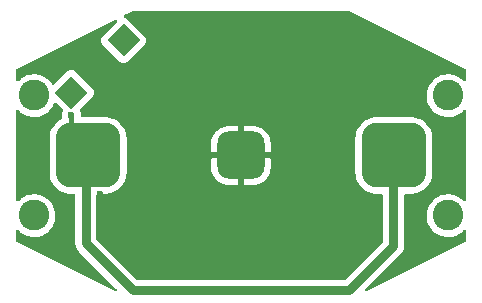
<source format=gbl>
%TF.GenerationSoftware,KiCad,Pcbnew,(6.0.0)*%
%TF.CreationDate,2022-05-29T15:36:19+02:00*%
%TF.ProjectId,LED_flasher,4c45445f-666c-4617-9368-65722e6b6963,rev?*%
%TF.SameCoordinates,Original*%
%TF.FileFunction,Copper,L2,Bot*%
%TF.FilePolarity,Positive*%
%FSLAX46Y46*%
G04 Gerber Fmt 4.6, Leading zero omitted, Abs format (unit mm)*
G04 Created by KiCad (PCBNEW (6.0.0)) date 2022-05-29 15:36:19*
%MOMM*%
%LPD*%
G01*
G04 APERTURE LIST*
G04 Aperture macros list*
%AMRoundRect*
0 Rectangle with rounded corners*
0 $1 Rounding radius*
0 $2 $3 $4 $5 $6 $7 $8 $9 X,Y pos of 4 corners*
0 Add a 4 corners polygon primitive as box body*
4,1,4,$2,$3,$4,$5,$6,$7,$8,$9,$2,$3,0*
0 Add four circle primitives for the rounded corners*
1,1,$1+$1,$2,$3*
1,1,$1+$1,$4,$5*
1,1,$1+$1,$6,$7*
1,1,$1+$1,$8,$9*
0 Add four rect primitives between the rounded corners*
20,1,$1+$1,$2,$3,$4,$5,0*
20,1,$1+$1,$4,$5,$6,$7,0*
20,1,$1+$1,$6,$7,$8,$9,0*
20,1,$1+$1,$8,$9,$2,$3,0*%
%AMRotRect*
0 Rectangle, with rotation*
0 The origin of the aperture is its center*
0 $1 length*
0 $2 width*
0 $3 Rotation angle, in degrees counterclockwise*
0 Add horizontal line*
21,1,$1,$2,0,0,$3*%
G04 Aperture macros list end*
%TA.AperFunction,ComponentPad*%
%ADD10RotRect,2.000000X2.000000X225.000000*%
%TD*%
%TA.AperFunction,SMDPad,CuDef*%
%ADD11RoundRect,1.375000X1.375000X1.375000X-1.375000X1.375000X-1.375000X-1.375000X1.375000X-1.375000X0*%
%TD*%
%TA.AperFunction,SMDPad,CuDef*%
%ADD12RoundRect,1.000000X1.000000X1.000000X-1.000000X1.000000X-1.000000X-1.000000X1.000000X-1.000000X0*%
%TD*%
%TA.AperFunction,ViaPad*%
%ADD13C,2.600000*%
%TD*%
%TA.AperFunction,ViaPad*%
%ADD14C,0.600000*%
%TD*%
%TA.AperFunction,Conductor*%
%ADD15C,0.762000*%
%TD*%
%TA.AperFunction,Conductor*%
%ADD16C,0.381000*%
%TD*%
G04 APERTURE END LIST*
D10*
%TO.P,SW1,1,1*%
%TO.N,Net-(R1-Pad2)*%
X45936320Y-36486680D03*
%TO.P,SW1,2,2*%
%TO.N,Net-(BT1-Pad1)*%
X41516903Y-40906097D03*
%TD*%
D11*
%TO.P,BT1,1,+*%
%TO.N,Net-(BT1-Pad1)*%
X42930000Y-46228000D03*
X68830000Y-46228000D03*
D12*
%TO.P,BT1,2,-*%
%TO.N,GND*%
X55880000Y-46228000D03*
%TD*%
D13*
%TO.N,*%
X38354000Y-51308000D03*
X73406000Y-41148000D03*
X38354000Y-41148000D03*
X73406000Y-51308000D03*
D14*
%TO.N,GND*%
X38252400Y-48514000D03*
X71043800Y-49733200D03*
X43942000Y-49530000D03*
%TO.N,Net-(BT1-Pad1)*%
X41529000Y-42799000D03*
%TD*%
D15*
%TO.N,Net-(BT1-Pad1)*%
X68788489Y-53893511D02*
X65024000Y-57658000D01*
D16*
X41529000Y-44827000D02*
X42930000Y-46228000D01*
D15*
X46736000Y-57658000D02*
X42753489Y-53675489D01*
X42753489Y-53675489D02*
X42753489Y-46404511D01*
D16*
X41529000Y-42799000D02*
X41529000Y-44827000D01*
D15*
X68788489Y-46269511D02*
X68788489Y-53893511D01*
X65024000Y-57658000D02*
X46736000Y-57658000D01*
%TD*%
%TA.AperFunction,Conductor*%
%TO.N,GND*%
G36*
X40223954Y-41750757D02*
G01*
X40245475Y-41768010D01*
X40774772Y-42297307D01*
X40808798Y-42359619D01*
X40803733Y-42430434D01*
X40801913Y-42434634D01*
X40800235Y-42437238D01*
X40738197Y-42607685D01*
X40715463Y-42787640D01*
X40733163Y-42968160D01*
X40737452Y-42981052D01*
X40752760Y-43027070D01*
X40755283Y-43098022D01*
X40719046Y-43159074D01*
X40693229Y-43177624D01*
X40537511Y-43261997D01*
X40533861Y-43264722D01*
X40533854Y-43264727D01*
X40322155Y-43422810D01*
X40322151Y-43422813D01*
X40318497Y-43425542D01*
X40125386Y-43618990D01*
X40122663Y-43622650D01*
X40122662Y-43622651D01*
X40003208Y-43783203D01*
X39962223Y-43838289D01*
X39832427Y-44078845D01*
X39738715Y-44335618D01*
X39683052Y-44603229D01*
X39671500Y-44777150D01*
X39671500Y-47678850D01*
X39683491Y-47856038D01*
X39684393Y-47860335D01*
X39736495Y-48108652D01*
X39739621Y-48123552D01*
X39741193Y-48127836D01*
X39831105Y-48372870D01*
X39833780Y-48380161D01*
X39963997Y-48620489D01*
X39966722Y-48624139D01*
X39966727Y-48624146D01*
X40124810Y-48835845D01*
X40127542Y-48839503D01*
X40130773Y-48842728D01*
X40315594Y-49027227D01*
X40320990Y-49032614D01*
X40540289Y-49195777D01*
X40544311Y-49197947D01*
X40776828Y-49323406D01*
X40776833Y-49323408D01*
X40780845Y-49325573D01*
X41037618Y-49419285D01*
X41042085Y-49420214D01*
X41042088Y-49420215D01*
X41298782Y-49473607D01*
X41305229Y-49474948D01*
X41309587Y-49475237D01*
X41309591Y-49475238D01*
X41452210Y-49484711D01*
X41479150Y-49486500D01*
X41737989Y-49486500D01*
X41806110Y-49506502D01*
X41852603Y-49560158D01*
X41863989Y-49612500D01*
X41863989Y-53595564D01*
X41862438Y-53615274D01*
X41860315Y-53628679D01*
X41860660Y-53635267D01*
X41860660Y-53635271D01*
X41863816Y-53695488D01*
X41863989Y-53702082D01*
X41863989Y-53722109D01*
X41864333Y-53725380D01*
X41864333Y-53725384D01*
X41866082Y-53742028D01*
X41866599Y-53748602D01*
X41870100Y-53815404D01*
X41871809Y-53821781D01*
X41871809Y-53821782D01*
X41873613Y-53828512D01*
X41877217Y-53847959D01*
X41878634Y-53861445D01*
X41887125Y-53887577D01*
X41899307Y-53925071D01*
X41901180Y-53931395D01*
X41918495Y-53996013D01*
X41924656Y-54008105D01*
X41932219Y-54026364D01*
X41936414Y-54039274D01*
X41966546Y-54091464D01*
X41969865Y-54097213D01*
X41973012Y-54103009D01*
X42003382Y-54162614D01*
X42007539Y-54167747D01*
X42011921Y-54173159D01*
X42023114Y-54189444D01*
X42026605Y-54195491D01*
X42026608Y-54195494D01*
X42029904Y-54201204D01*
X42034316Y-54206104D01*
X42034319Y-54206108D01*
X42041458Y-54214036D01*
X42068790Y-54244390D01*
X42074664Y-54250914D01*
X42078952Y-54255935D01*
X42091552Y-54271495D01*
X42105699Y-54285642D01*
X42110240Y-54290426D01*
X42155019Y-54340158D01*
X42166007Y-54348141D01*
X42181035Y-54360978D01*
X45329161Y-57509104D01*
X45363187Y-57571416D01*
X45358122Y-57642231D01*
X45315575Y-57699067D01*
X45249055Y-57723878D01*
X45183717Y-57710897D01*
X36899651Y-53568864D01*
X36847667Y-53520509D01*
X36830000Y-53456166D01*
X36830000Y-52646202D01*
X36850002Y-52578081D01*
X36903658Y-52531588D01*
X36973932Y-52521484D01*
X37038512Y-52550978D01*
X37044697Y-52556710D01*
X37176180Y-52687050D01*
X37179942Y-52689808D01*
X37179945Y-52689811D01*
X37292299Y-52772192D01*
X37392954Y-52845995D01*
X37397089Y-52848171D01*
X37397093Y-52848173D01*
X37626698Y-52968975D01*
X37630840Y-52971154D01*
X37884613Y-53059775D01*
X37889206Y-53060647D01*
X38144109Y-53109042D01*
X38144112Y-53109042D01*
X38148698Y-53109913D01*
X38276370Y-53114929D01*
X38412625Y-53120283D01*
X38412630Y-53120283D01*
X38417293Y-53120466D01*
X38521607Y-53109042D01*
X38679844Y-53091713D01*
X38679850Y-53091712D01*
X38684497Y-53091203D01*
X38689021Y-53090012D01*
X38939918Y-53023956D01*
X38939920Y-53023955D01*
X38944441Y-53022765D01*
X38948738Y-53020919D01*
X39187120Y-52918502D01*
X39187122Y-52918501D01*
X39191414Y-52916657D01*
X39310071Y-52843230D01*
X39416017Y-52777669D01*
X39416021Y-52777666D01*
X39419990Y-52775210D01*
X39625149Y-52601530D01*
X39802382Y-52399434D01*
X39872861Y-52289863D01*
X39945269Y-52177291D01*
X39947797Y-52173361D01*
X40058199Y-51928278D01*
X40095209Y-51797051D01*
X40129893Y-51674072D01*
X40129894Y-51674069D01*
X40131163Y-51669568D01*
X40149043Y-51529019D01*
X40164688Y-51406045D01*
X40164688Y-51406041D01*
X40165086Y-51402915D01*
X40167571Y-51308000D01*
X40147650Y-51039937D01*
X40088327Y-50777763D01*
X39990902Y-50527238D01*
X39857518Y-50293864D01*
X39691105Y-50082769D01*
X39495317Y-49898591D01*
X39274457Y-49745374D01*
X39270264Y-49743306D01*
X39037564Y-49628551D01*
X39037561Y-49628550D01*
X39033376Y-49626486D01*
X38985745Y-49611239D01*
X38931621Y-49593914D01*
X38777370Y-49544538D01*
X38772763Y-49543788D01*
X38772760Y-49543787D01*
X38516674Y-49502081D01*
X38516675Y-49502081D01*
X38512063Y-49501330D01*
X38381719Y-49499624D01*
X38247961Y-49497873D01*
X38247958Y-49497873D01*
X38243284Y-49497812D01*
X37976937Y-49534060D01*
X37718874Y-49609278D01*
X37474763Y-49721815D01*
X37470854Y-49724378D01*
X37253881Y-49866631D01*
X37253876Y-49866635D01*
X37249968Y-49869197D01*
X37049426Y-50048188D01*
X37046583Y-50051607D01*
X36984925Y-50086683D01*
X36914032Y-50082853D01*
X36856463Y-50041304D01*
X36830497Y-49975226D01*
X36830000Y-49964048D01*
X36830000Y-42486202D01*
X36850002Y-42418081D01*
X36903658Y-42371588D01*
X36973932Y-42361484D01*
X37038512Y-42390978D01*
X37044697Y-42396710D01*
X37176180Y-42527050D01*
X37179942Y-42529808D01*
X37179945Y-42529811D01*
X37296415Y-42615210D01*
X37392954Y-42685995D01*
X37397089Y-42688171D01*
X37397093Y-42688173D01*
X37626698Y-42808975D01*
X37630840Y-42811154D01*
X37773346Y-42860919D01*
X37873351Y-42895842D01*
X37884613Y-42899775D01*
X37889206Y-42900647D01*
X38144109Y-42949042D01*
X38144112Y-42949042D01*
X38148698Y-42949913D01*
X38276370Y-42954929D01*
X38412625Y-42960283D01*
X38412630Y-42960283D01*
X38417293Y-42960466D01*
X38521607Y-42949042D01*
X38679844Y-42931713D01*
X38679850Y-42931712D01*
X38684497Y-42931203D01*
X38689021Y-42930012D01*
X38939918Y-42863956D01*
X38939920Y-42863955D01*
X38944441Y-42862765D01*
X39029881Y-42826057D01*
X39187120Y-42758502D01*
X39187122Y-42758501D01*
X39191414Y-42756657D01*
X39310071Y-42683230D01*
X39416017Y-42617669D01*
X39416021Y-42617666D01*
X39419990Y-42615210D01*
X39625149Y-42441530D01*
X39802382Y-42239434D01*
X39872861Y-42129863D01*
X39945269Y-42017291D01*
X39947797Y-42013361D01*
X40003473Y-41889765D01*
X40041498Y-41805354D01*
X40087714Y-41751460D01*
X40155731Y-41731107D01*
X40223954Y-41750757D01*
G37*
%TD.AperFunction*%
%TA.AperFunction,Conductor*%
G36*
X65184681Y-34049302D02*
G01*
X74860350Y-38887137D01*
X74912333Y-38935491D01*
X74930000Y-38999834D01*
X74930000Y-39807064D01*
X74909998Y-39875185D01*
X74856342Y-39921678D01*
X74786068Y-39931782D01*
X74717667Y-39898839D01*
X74550725Y-39741797D01*
X74547317Y-39738591D01*
X74326457Y-39585374D01*
X74322264Y-39583306D01*
X74089564Y-39468551D01*
X74089561Y-39468550D01*
X74085376Y-39466486D01*
X74037745Y-39451239D01*
X73983621Y-39433914D01*
X73829370Y-39384538D01*
X73824763Y-39383788D01*
X73824760Y-39383787D01*
X73568674Y-39342081D01*
X73568675Y-39342081D01*
X73564063Y-39341330D01*
X73433719Y-39339624D01*
X73299961Y-39337873D01*
X73299958Y-39337873D01*
X73295284Y-39337812D01*
X73028937Y-39374060D01*
X72770874Y-39449278D01*
X72526763Y-39561815D01*
X72522854Y-39564378D01*
X72305881Y-39706631D01*
X72305876Y-39706635D01*
X72301968Y-39709197D01*
X72298476Y-39712314D01*
X72115995Y-39875185D01*
X72101426Y-39888188D01*
X71929544Y-40094854D01*
X71790096Y-40324656D01*
X71686148Y-40572545D01*
X71619981Y-40833077D01*
X71593050Y-41100526D01*
X71593274Y-41105192D01*
X71593274Y-41105197D01*
X71599219Y-41228963D01*
X71605947Y-41369019D01*
X71658388Y-41632656D01*
X71749220Y-41885646D01*
X71876450Y-42122431D01*
X71879241Y-42126168D01*
X71879245Y-42126175D01*
X71960887Y-42235506D01*
X72037281Y-42337810D01*
X72040590Y-42341090D01*
X72040595Y-42341096D01*
X72224863Y-42523762D01*
X72228180Y-42527050D01*
X72231942Y-42529808D01*
X72231945Y-42529811D01*
X72348415Y-42615210D01*
X72444954Y-42685995D01*
X72449089Y-42688171D01*
X72449093Y-42688173D01*
X72678698Y-42808975D01*
X72682840Y-42811154D01*
X72825346Y-42860919D01*
X72925351Y-42895842D01*
X72936613Y-42899775D01*
X72941206Y-42900647D01*
X73196109Y-42949042D01*
X73196112Y-42949042D01*
X73200698Y-42949913D01*
X73328370Y-42954929D01*
X73464625Y-42960283D01*
X73464630Y-42960283D01*
X73469293Y-42960466D01*
X73573607Y-42949042D01*
X73731844Y-42931713D01*
X73731850Y-42931712D01*
X73736497Y-42931203D01*
X73741021Y-42930012D01*
X73991918Y-42863956D01*
X73991920Y-42863955D01*
X73996441Y-42862765D01*
X74081881Y-42826057D01*
X74239120Y-42758502D01*
X74239122Y-42758501D01*
X74243414Y-42756657D01*
X74362071Y-42683230D01*
X74468017Y-42617669D01*
X74468021Y-42617666D01*
X74471990Y-42615210D01*
X74677149Y-42441530D01*
X74709268Y-42404905D01*
X74769221Y-42366877D01*
X74840217Y-42367299D01*
X74899713Y-42406037D01*
X74928822Y-42470792D01*
X74930000Y-42487982D01*
X74930000Y-49967064D01*
X74909998Y-50035185D01*
X74856342Y-50081678D01*
X74786068Y-50091782D01*
X74717667Y-50058839D01*
X74550725Y-49901797D01*
X74547317Y-49898591D01*
X74326457Y-49745374D01*
X74322264Y-49743306D01*
X74089564Y-49628551D01*
X74089561Y-49628550D01*
X74085376Y-49626486D01*
X74037745Y-49611239D01*
X73983621Y-49593914D01*
X73829370Y-49544538D01*
X73824763Y-49543788D01*
X73824760Y-49543787D01*
X73568674Y-49502081D01*
X73568675Y-49502081D01*
X73564063Y-49501330D01*
X73433719Y-49499624D01*
X73299961Y-49497873D01*
X73299958Y-49497873D01*
X73295284Y-49497812D01*
X73028937Y-49534060D01*
X72770874Y-49609278D01*
X72526763Y-49721815D01*
X72522854Y-49724378D01*
X72305881Y-49866631D01*
X72305876Y-49866635D01*
X72301968Y-49869197D01*
X72298476Y-49872314D01*
X72115995Y-50035185D01*
X72101426Y-50048188D01*
X71929544Y-50254854D01*
X71790096Y-50484656D01*
X71686148Y-50732545D01*
X71619981Y-50993077D01*
X71593050Y-51260526D01*
X71605947Y-51529019D01*
X71658388Y-51792656D01*
X71749220Y-52045646D01*
X71876450Y-52282431D01*
X71879241Y-52286168D01*
X71879245Y-52286175D01*
X71960887Y-52395506D01*
X72037281Y-52497810D01*
X72040590Y-52501090D01*
X72040595Y-52501096D01*
X72224863Y-52683762D01*
X72228180Y-52687050D01*
X72231942Y-52689808D01*
X72231945Y-52689811D01*
X72344299Y-52772192D01*
X72444954Y-52845995D01*
X72449089Y-52848171D01*
X72449093Y-52848173D01*
X72678698Y-52968975D01*
X72682840Y-52971154D01*
X72936613Y-53059775D01*
X72941206Y-53060647D01*
X73196109Y-53109042D01*
X73196112Y-53109042D01*
X73200698Y-53109913D01*
X73328370Y-53114929D01*
X73464625Y-53120283D01*
X73464630Y-53120283D01*
X73469293Y-53120466D01*
X73573607Y-53109042D01*
X73731844Y-53091713D01*
X73731850Y-53091712D01*
X73736497Y-53091203D01*
X73741021Y-53090012D01*
X73991918Y-53023956D01*
X73991920Y-53023955D01*
X73996441Y-53022765D01*
X74000738Y-53020919D01*
X74239120Y-52918502D01*
X74239122Y-52918501D01*
X74243414Y-52916657D01*
X74362071Y-52843230D01*
X74468017Y-52777669D01*
X74468021Y-52777666D01*
X74471990Y-52775210D01*
X74677149Y-52601530D01*
X74709268Y-52564905D01*
X74769221Y-52526877D01*
X74840217Y-52527299D01*
X74899713Y-52566037D01*
X74928822Y-52630792D01*
X74930000Y-52647982D01*
X74930000Y-53456166D01*
X74909998Y-53524287D01*
X74860349Y-53568864D01*
X66576283Y-57710897D01*
X66506409Y-57723471D01*
X66440829Y-57696272D01*
X66400364Y-57637936D01*
X66397862Y-57566983D01*
X66430839Y-57509104D01*
X69360943Y-54579000D01*
X69375971Y-54566163D01*
X69386959Y-54558180D01*
X69431738Y-54508448D01*
X69436279Y-54503664D01*
X69450426Y-54489517D01*
X69463032Y-54473950D01*
X69467316Y-54468935D01*
X69507655Y-54424134D01*
X69507656Y-54424133D01*
X69512074Y-54419226D01*
X69518863Y-54407467D01*
X69530056Y-54391182D01*
X69534437Y-54385771D01*
X69534438Y-54385770D01*
X69538595Y-54380636D01*
X69541595Y-54374749D01*
X69568967Y-54321030D01*
X69572113Y-54315235D01*
X69589198Y-54285642D01*
X69605564Y-54257296D01*
X69607606Y-54251012D01*
X69607608Y-54251007D01*
X69609758Y-54244390D01*
X69617323Y-54226126D01*
X69620485Y-54219921D01*
X69620487Y-54219916D01*
X69623483Y-54214036D01*
X69640802Y-54149400D01*
X69642669Y-54143099D01*
X69663344Y-54079467D01*
X69664034Y-54072902D01*
X69664036Y-54072893D01*
X69664764Y-54065968D01*
X69668365Y-54046535D01*
X69670168Y-54039805D01*
X69671877Y-54033427D01*
X69672742Y-54016937D01*
X69675378Y-53966630D01*
X69675895Y-53960056D01*
X69677645Y-53943403D01*
X69677989Y-53940131D01*
X69677989Y-53920098D01*
X69678162Y-53913504D01*
X69681318Y-53853294D01*
X69681318Y-53853289D01*
X69681663Y-53846702D01*
X69680300Y-53838093D01*
X69679540Y-53833298D01*
X69677989Y-53813587D01*
X69677989Y-49612500D01*
X69697991Y-49544379D01*
X69751647Y-49497886D01*
X69803989Y-49486500D01*
X70280850Y-49486500D01*
X70390857Y-49479055D01*
X70453652Y-49474806D01*
X70453655Y-49474806D01*
X70458038Y-49474509D01*
X70598533Y-49445030D01*
X70721088Y-49419316D01*
X70721093Y-49419315D01*
X70725552Y-49418379D01*
X70762467Y-49404834D01*
X70977875Y-49325793D01*
X70977879Y-49325791D01*
X70982161Y-49324220D01*
X70986170Y-49322048D01*
X70986174Y-49322046D01*
X71102325Y-49259111D01*
X71222489Y-49194003D01*
X71226139Y-49191278D01*
X71226146Y-49191273D01*
X71437845Y-49033190D01*
X71437849Y-49033187D01*
X71441503Y-49030458D01*
X71634614Y-48837010D01*
X71717372Y-48725780D01*
X71795048Y-48621379D01*
X71795048Y-48621378D01*
X71797777Y-48617711D01*
X71927573Y-48377155D01*
X72021285Y-48120382D01*
X72076948Y-47852771D01*
X72088500Y-47678850D01*
X72088500Y-44777150D01*
X72076509Y-44599962D01*
X72047030Y-44459467D01*
X72021316Y-44336912D01*
X72021315Y-44336907D01*
X72020379Y-44332448D01*
X71955245Y-44154940D01*
X71927793Y-44080125D01*
X71927791Y-44080121D01*
X71926220Y-44075839D01*
X71796003Y-43835511D01*
X71793278Y-43831861D01*
X71793273Y-43831854D01*
X71635190Y-43620155D01*
X71635187Y-43620151D01*
X71632458Y-43616497D01*
X71536170Y-43520376D01*
X71442239Y-43426609D01*
X71442236Y-43426607D01*
X71439010Y-43423386D01*
X71219711Y-43260223D01*
X71032248Y-43159074D01*
X70983172Y-43132594D01*
X70983167Y-43132592D01*
X70979155Y-43130427D01*
X70722382Y-43036715D01*
X70717915Y-43035786D01*
X70717912Y-43035785D01*
X70459050Y-42981942D01*
X70454771Y-42981052D01*
X70450413Y-42980763D01*
X70450409Y-42980762D01*
X70307790Y-42971289D01*
X70280850Y-42969500D01*
X67379150Y-42969500D01*
X67269143Y-42976945D01*
X67206348Y-42981194D01*
X67206345Y-42981194D01*
X67201962Y-42981491D01*
X67061467Y-43010970D01*
X66938912Y-43036684D01*
X66938907Y-43036685D01*
X66934448Y-43037621D01*
X66930163Y-43039193D01*
X66930164Y-43039193D01*
X66682125Y-43130207D01*
X66682121Y-43130209D01*
X66677839Y-43131780D01*
X66673830Y-43133952D01*
X66673826Y-43133954D01*
X66557675Y-43196888D01*
X66437511Y-43261997D01*
X66433861Y-43264722D01*
X66433854Y-43264727D01*
X66222155Y-43422810D01*
X66222151Y-43422813D01*
X66218497Y-43425542D01*
X66025386Y-43618990D01*
X66022663Y-43622650D01*
X66022662Y-43622651D01*
X65903208Y-43783203D01*
X65862223Y-43838289D01*
X65732427Y-44078845D01*
X65638715Y-44335618D01*
X65583052Y-44603229D01*
X65571500Y-44777150D01*
X65571500Y-47678850D01*
X65583491Y-47856038D01*
X65584393Y-47860335D01*
X65636495Y-48108652D01*
X65639621Y-48123552D01*
X65641193Y-48127836D01*
X65731105Y-48372870D01*
X65733780Y-48380161D01*
X65863997Y-48620489D01*
X65866722Y-48624139D01*
X65866727Y-48624146D01*
X66024810Y-48835845D01*
X66027542Y-48839503D01*
X66030773Y-48842728D01*
X66215594Y-49027227D01*
X66220990Y-49032614D01*
X66440289Y-49195777D01*
X66444311Y-49197947D01*
X66676828Y-49323406D01*
X66676833Y-49323408D01*
X66680845Y-49325573D01*
X66937618Y-49419285D01*
X66942085Y-49420214D01*
X66942088Y-49420215D01*
X67198782Y-49473607D01*
X67205229Y-49474948D01*
X67209587Y-49475237D01*
X67209591Y-49475238D01*
X67352210Y-49484711D01*
X67379150Y-49486500D01*
X67772989Y-49486500D01*
X67841110Y-49506502D01*
X67887603Y-49560158D01*
X67898989Y-49612500D01*
X67898989Y-53472878D01*
X67878987Y-53540999D01*
X67862084Y-53561973D01*
X64692462Y-56731595D01*
X64630150Y-56765621D01*
X64603367Y-56768500D01*
X47156633Y-56768500D01*
X47088512Y-56748498D01*
X47067538Y-56731595D01*
X43679894Y-53343951D01*
X43645868Y-53281639D01*
X43642989Y-53254856D01*
X43642989Y-49612500D01*
X43662991Y-49544379D01*
X43716647Y-49497886D01*
X43768989Y-49486500D01*
X44380850Y-49486500D01*
X44490857Y-49479055D01*
X44553652Y-49474806D01*
X44553655Y-49474806D01*
X44558038Y-49474509D01*
X44698533Y-49445030D01*
X44821088Y-49419316D01*
X44821093Y-49419315D01*
X44825552Y-49418379D01*
X44862467Y-49404834D01*
X45077875Y-49325793D01*
X45077879Y-49325791D01*
X45082161Y-49324220D01*
X45086170Y-49322048D01*
X45086174Y-49322046D01*
X45202325Y-49259111D01*
X45322489Y-49194003D01*
X45326139Y-49191278D01*
X45326146Y-49191273D01*
X45537845Y-49033190D01*
X45537849Y-49033187D01*
X45541503Y-49030458D01*
X45734614Y-48837010D01*
X45817372Y-48725780D01*
X45895048Y-48621379D01*
X45895048Y-48621378D01*
X45897777Y-48617711D01*
X46027573Y-48377155D01*
X46121285Y-48120382D01*
X46176948Y-47852771D01*
X46188500Y-47678850D01*
X46188500Y-47294177D01*
X53372000Y-47294177D01*
X53372161Y-47298690D01*
X53382220Y-47439016D01*
X53383622Y-47448448D01*
X53435203Y-47675488D01*
X53438219Y-47685112D01*
X53525332Y-47900723D01*
X53529852Y-47909749D01*
X53650312Y-48108652D01*
X53656220Y-48116843D01*
X53806940Y-48293939D01*
X53814061Y-48301060D01*
X53991157Y-48451780D01*
X53999348Y-48457688D01*
X54198251Y-48578148D01*
X54207277Y-48582668D01*
X54422888Y-48669781D01*
X54432512Y-48672797D01*
X54659552Y-48724378D01*
X54668984Y-48725780D01*
X54809310Y-48735839D01*
X54813823Y-48736000D01*
X55607885Y-48736000D01*
X55623124Y-48731525D01*
X55624329Y-48730135D01*
X55626000Y-48722452D01*
X55626000Y-48717885D01*
X56134000Y-48717885D01*
X56138475Y-48733124D01*
X56139865Y-48734329D01*
X56147548Y-48736000D01*
X56946177Y-48736000D01*
X56950690Y-48735839D01*
X57091016Y-48725780D01*
X57100448Y-48724378D01*
X57327488Y-48672797D01*
X57337112Y-48669781D01*
X57552723Y-48582668D01*
X57561749Y-48578148D01*
X57760652Y-48457688D01*
X57768843Y-48451780D01*
X57945939Y-48301060D01*
X57953060Y-48293939D01*
X58103780Y-48116843D01*
X58109688Y-48108652D01*
X58230148Y-47909749D01*
X58234668Y-47900723D01*
X58321781Y-47685112D01*
X58324797Y-47675488D01*
X58376378Y-47448448D01*
X58377780Y-47439016D01*
X58387839Y-47298690D01*
X58388000Y-47294177D01*
X58388000Y-46500115D01*
X58383525Y-46484876D01*
X58382135Y-46483671D01*
X58374452Y-46482000D01*
X56152115Y-46482000D01*
X56136876Y-46486475D01*
X56135671Y-46487865D01*
X56134000Y-46495548D01*
X56134000Y-48717885D01*
X55626000Y-48717885D01*
X55626000Y-46500115D01*
X55621525Y-46484876D01*
X55620135Y-46483671D01*
X55612452Y-46482000D01*
X53390115Y-46482000D01*
X53374876Y-46486475D01*
X53373671Y-46487865D01*
X53372000Y-46495548D01*
X53372000Y-47294177D01*
X46188500Y-47294177D01*
X46188500Y-45955885D01*
X53372000Y-45955885D01*
X53376475Y-45971124D01*
X53377865Y-45972329D01*
X53385548Y-45974000D01*
X55607885Y-45974000D01*
X55623124Y-45969525D01*
X55624329Y-45968135D01*
X55626000Y-45960452D01*
X55626000Y-45955885D01*
X56134000Y-45955885D01*
X56138475Y-45971124D01*
X56139865Y-45972329D01*
X56147548Y-45974000D01*
X58369885Y-45974000D01*
X58385124Y-45969525D01*
X58386329Y-45968135D01*
X58388000Y-45960452D01*
X58388000Y-45161823D01*
X58387839Y-45157310D01*
X58377780Y-45016984D01*
X58376378Y-45007552D01*
X58324797Y-44780512D01*
X58321781Y-44770888D01*
X58234668Y-44555277D01*
X58230148Y-44546251D01*
X58109688Y-44347348D01*
X58103780Y-44339157D01*
X57953060Y-44162061D01*
X57945939Y-44154940D01*
X57768843Y-44004220D01*
X57760652Y-43998312D01*
X57561749Y-43877852D01*
X57552723Y-43873332D01*
X57337112Y-43786219D01*
X57327488Y-43783203D01*
X57100448Y-43731622D01*
X57091016Y-43730220D01*
X56950690Y-43720161D01*
X56946177Y-43720000D01*
X56152115Y-43720000D01*
X56136876Y-43724475D01*
X56135671Y-43725865D01*
X56134000Y-43733548D01*
X56134000Y-45955885D01*
X55626000Y-45955885D01*
X55626000Y-43738115D01*
X55621525Y-43722876D01*
X55620135Y-43721671D01*
X55612452Y-43720000D01*
X54813823Y-43720000D01*
X54809310Y-43720161D01*
X54668984Y-43730220D01*
X54659552Y-43731622D01*
X54432512Y-43783203D01*
X54422888Y-43786219D01*
X54207277Y-43873332D01*
X54198251Y-43877852D01*
X53999348Y-43998312D01*
X53991157Y-44004220D01*
X53814061Y-44154940D01*
X53806940Y-44162061D01*
X53656220Y-44339157D01*
X53650312Y-44347348D01*
X53529852Y-44546251D01*
X53525332Y-44555277D01*
X53438219Y-44770888D01*
X53435203Y-44780512D01*
X53383622Y-45007552D01*
X53382220Y-45016984D01*
X53372161Y-45157310D01*
X53372000Y-45161823D01*
X53372000Y-45955885D01*
X46188500Y-45955885D01*
X46188500Y-44777150D01*
X46176509Y-44599962D01*
X46147030Y-44459467D01*
X46121316Y-44336912D01*
X46121315Y-44336907D01*
X46120379Y-44332448D01*
X46055245Y-44154940D01*
X46027793Y-44080125D01*
X46027791Y-44080121D01*
X46026220Y-44075839D01*
X45896003Y-43835511D01*
X45893278Y-43831861D01*
X45893273Y-43831854D01*
X45735190Y-43620155D01*
X45735187Y-43620151D01*
X45732458Y-43616497D01*
X45636170Y-43520376D01*
X45542239Y-43426609D01*
X45542236Y-43426607D01*
X45539010Y-43423386D01*
X45319711Y-43260223D01*
X45132248Y-43159074D01*
X45083172Y-43132594D01*
X45083167Y-43132592D01*
X45079155Y-43130427D01*
X44822382Y-43036715D01*
X44817915Y-43035786D01*
X44817912Y-43035785D01*
X44559050Y-42981942D01*
X44554771Y-42981052D01*
X44550413Y-42980763D01*
X44550409Y-42980762D01*
X44407790Y-42971289D01*
X44380850Y-42969500D01*
X42466476Y-42969500D01*
X42398355Y-42949498D01*
X42351862Y-42895842D01*
X42342237Y-42829646D01*
X42341444Y-42829585D01*
X42341715Y-42826057D01*
X42341702Y-42825965D01*
X42341747Y-42825642D01*
X42342299Y-42821717D01*
X42342616Y-42799000D01*
X42322397Y-42618745D01*
X42318546Y-42607685D01*
X42276860Y-42487982D01*
X42262745Y-42447448D01*
X42259011Y-42441473D01*
X42259009Y-42441468D01*
X42256687Y-42437752D01*
X42237554Y-42369382D01*
X42258422Y-42301522D01*
X42274449Y-42281892D01*
X43324716Y-41231625D01*
X43338172Y-41214889D01*
X43358960Y-41189035D01*
X43358962Y-41189032D01*
X43363909Y-41182879D01*
X43424196Y-41050283D01*
X43444845Y-40906097D01*
X43424196Y-40761911D01*
X43363909Y-40629315D01*
X43358962Y-40623162D01*
X43358960Y-40623159D01*
X43326856Y-40583231D01*
X43324716Y-40580569D01*
X41842431Y-39098284D01*
X41825695Y-39084828D01*
X41799841Y-39064040D01*
X41799838Y-39064038D01*
X41793685Y-39059091D01*
X41661089Y-38998804D01*
X41652206Y-38997532D01*
X41652203Y-38997531D01*
X41525792Y-38979428D01*
X41516903Y-38978155D01*
X41508014Y-38979428D01*
X41381603Y-38997531D01*
X41381600Y-38997532D01*
X41372717Y-38998804D01*
X41240121Y-39059091D01*
X41233968Y-39064038D01*
X41233965Y-39064040D01*
X41208111Y-39084828D01*
X41191375Y-39098284D01*
X40082634Y-40207025D01*
X40020322Y-40241051D01*
X39949507Y-40235986D01*
X39892671Y-40193439D01*
X39884150Y-40180460D01*
X39857518Y-40133864D01*
X39691105Y-39922769D01*
X39495317Y-39738591D01*
X39274457Y-39585374D01*
X39270264Y-39583306D01*
X39037564Y-39468551D01*
X39037561Y-39468550D01*
X39033376Y-39466486D01*
X38985745Y-39451239D01*
X38931621Y-39433914D01*
X38777370Y-39384538D01*
X38772763Y-39383788D01*
X38772760Y-39383787D01*
X38516674Y-39342081D01*
X38516675Y-39342081D01*
X38512063Y-39341330D01*
X38381719Y-39339624D01*
X38247961Y-39337873D01*
X38247958Y-39337873D01*
X38243284Y-39337812D01*
X37976937Y-39374060D01*
X37718874Y-39449278D01*
X37474763Y-39561815D01*
X37470854Y-39564378D01*
X37253881Y-39706631D01*
X37253876Y-39706635D01*
X37249968Y-39709197D01*
X37049426Y-39888188D01*
X37046583Y-39891607D01*
X36984925Y-39926683D01*
X36914032Y-39922853D01*
X36856463Y-39881304D01*
X36830497Y-39815226D01*
X36830000Y-39804048D01*
X36830000Y-38999834D01*
X36850002Y-38931713D01*
X36899651Y-38887136D01*
X45210922Y-34731500D01*
X45280796Y-34718926D01*
X45346376Y-34746125D01*
X45386841Y-34804461D01*
X45389343Y-34875414D01*
X45356366Y-34933293D01*
X44128507Y-36161152D01*
X44126367Y-36163814D01*
X44094263Y-36203742D01*
X44094261Y-36203745D01*
X44089314Y-36209898D01*
X44029027Y-36342494D01*
X44008378Y-36486680D01*
X44029027Y-36630866D01*
X44089314Y-36763462D01*
X44094261Y-36769615D01*
X44094263Y-36769618D01*
X44115051Y-36795472D01*
X44128507Y-36812208D01*
X45610792Y-38294493D01*
X45613454Y-38296633D01*
X45653382Y-38328737D01*
X45653385Y-38328739D01*
X45659538Y-38333686D01*
X45792134Y-38393973D01*
X45801017Y-38395245D01*
X45801020Y-38395246D01*
X45927431Y-38413349D01*
X45936320Y-38414622D01*
X45945209Y-38413349D01*
X46071620Y-38395246D01*
X46071623Y-38395245D01*
X46080506Y-38393973D01*
X46213102Y-38333686D01*
X46219255Y-38328739D01*
X46219258Y-38328737D01*
X46259186Y-38296633D01*
X46261848Y-38294493D01*
X47744133Y-36812208D01*
X47757589Y-36795472D01*
X47778377Y-36769618D01*
X47778379Y-36769615D01*
X47783326Y-36763462D01*
X47843613Y-36630866D01*
X47864262Y-36486680D01*
X47843613Y-36342494D01*
X47783326Y-36209898D01*
X47778379Y-36203745D01*
X47778377Y-36203742D01*
X47746273Y-36163814D01*
X47744133Y-36161152D01*
X46261848Y-34678867D01*
X46245112Y-34665411D01*
X46219258Y-34644623D01*
X46219255Y-34644621D01*
X46213102Y-34639674D01*
X46080506Y-34579387D01*
X46040064Y-34573595D01*
X45975470Y-34544140D01*
X45937053Y-34484435D01*
X45937013Y-34413439D01*
X45975363Y-34353691D01*
X46001580Y-34336171D01*
X46575318Y-34049302D01*
X46631667Y-34036000D01*
X65128332Y-34036000D01*
X65184681Y-34049302D01*
G37*
%TD.AperFunction*%
%TD*%
M02*

</source>
